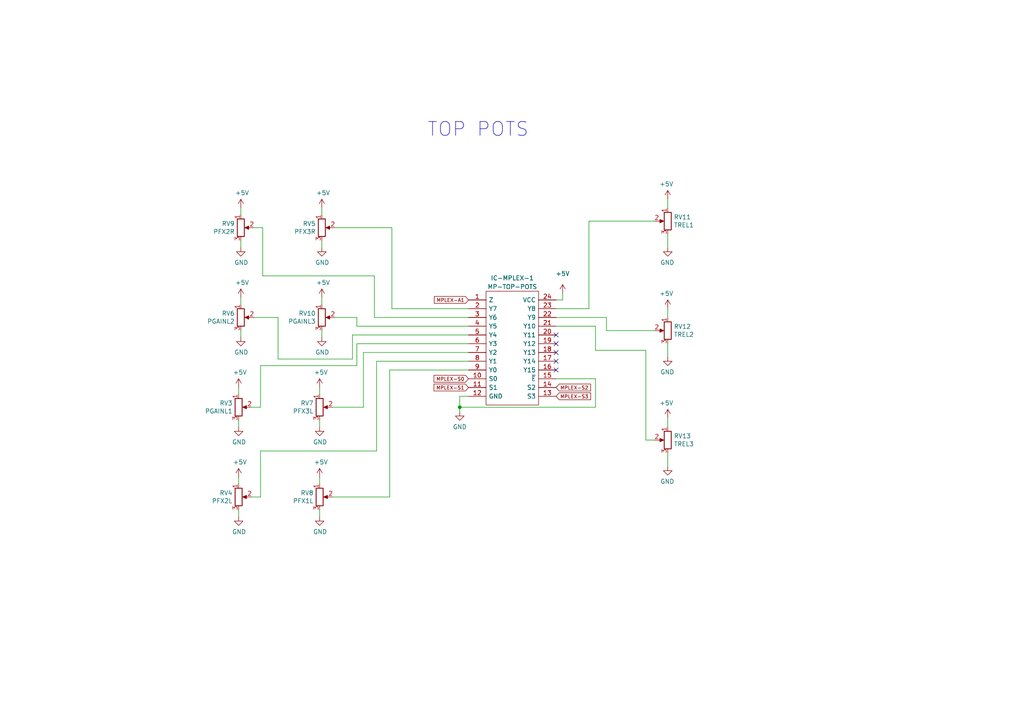
<source format=kicad_sch>
(kicad_sch (version 20210621) (generator eeschema)
  (paper "A4")
  (lib_symbols
    (symbol "Device:R_Potentiometer" (pin_names (offset 1.016) hide)
      (property "Reference" "RV" (at -4.445 0 90))
      (property "Value" "R_Potentiometer" (at -2.54 0 90))
      (symbol "R_Potentiometer_0_1"
        (rectangle (start 1.016 2.54) (end -1.016 -2.54) (stroke (width 0.254)))
        (polyline (pts (xy 2.54 0) (xy 1.524 0)))
        (polyline (pts (xy 1.143 0) (xy 2.286 0.508) (xy 2.286 -0.508) (xy 1.143 0)) (fill (type outline)))
      )
      (symbol "R_Potentiometer_1_1"
        (pin passive line (at 0 3.81 270) (length 1.27) (name "1") (number "1"))
        (pin passive line (at 3.81 0 180) (length 1.27) (name "2") (number "2"))
        (pin passive line (at 0 -3.81 90) (length 1.27) (name "3") (number "3"))
      )
    )
    (symbol "mixduino-mk2:74HC4067D,653" (pin_names (offset 0.762))
      (property "Reference" "IC-POTS-1" (at 12.7 6.35 0))
      (property "Value" "74HC4067D,653" (at 12.7 3.81 0))
      (symbol "74HC4067D,653_0_0"
        (pin passive line (at 0 0 0) (length 5.08) (name "Z") (number "1"))
        (pin passive line (at 0 -22.86 0) (length 5.08) (name "S0") (number "10"))
        (pin passive line (at 0 -25.4 0) (length 5.08) (name "S1") (number "11"))
        (pin passive line (at 0 -27.94 0) (length 5.08) (name "GND") (number "12"))
        (pin passive line (at 25.4 -27.94 180) (length 5.08) (name "S3") (number "13"))
        (pin passive line (at 25.4 -25.4 180) (length 5.08) (name "S2") (number "14"))
        (pin passive line (at 25.4 -22.86 180) (length 5.08) (name "~{E}") (number "15"))
        (pin passive line (at 25.4 -20.32 180) (length 5.08) (name "Y15") (number "16"))
        (pin passive line (at 25.4 -17.78 180) (length 5.08) (name "Y14") (number "17"))
        (pin passive line (at 25.4 -15.24 180) (length 5.08) (name "Y13") (number "18"))
        (pin passive line (at 25.4 -12.7 180) (length 5.08) (name "Y12") (number "19"))
        (pin passive line (at 0 -2.54 0) (length 5.08) (name "Y7") (number "2"))
        (pin passive line (at 25.4 -10.16 180) (length 5.08) (name "Y11") (number "20"))
        (pin passive line (at 25.4 -7.62 180) (length 5.08) (name "Y10") (number "21"))
        (pin passive line (at 25.4 -5.08 180) (length 5.08) (name "Y9") (number "22"))
        (pin passive line (at 25.4 -2.54 180) (length 5.08) (name "Y8") (number "23"))
        (pin passive line (at 25.4 0 180) (length 5.08) (name "VCC") (number "24"))
        (pin passive line (at 0 -5.08 0) (length 5.08) (name "Y6") (number "3"))
        (pin passive line (at 0 -7.62 0) (length 5.08) (name "Y5") (number "4"))
        (pin passive line (at 0 -10.16 0) (length 5.08) (name "Y4") (number "5"))
        (pin passive line (at 0 -12.7 0) (length 5.08) (name "Y3") (number "6"))
        (pin passive line (at 0 -15.24 0) (length 5.08) (name "Y2") (number "7"))
        (pin passive line (at 0 -17.78 0) (length 5.08) (name "Y1") (number "8"))
        (pin passive line (at 0 -20.32 0) (length 5.08) (name "Y0") (number "9"))
      )
      (symbol "74HC4067D,653_0_1"
        (polyline (pts (xy 5.08 2.54) (xy 20.32 2.54) (xy 20.32 -30.48) (xy 5.08 -30.48) (xy 5.08 2.54)) (stroke (width 0.1524)))
      )
    )
    (symbol "power:+5V" (power) (pin_names (offset 0))
      (property "Value" "+5V" (at 0 3.556 0))
      (symbol "+5V_0_1"
        (polyline (pts (xy -0.762 1.27) (xy 0 2.54)))
        (polyline (pts (xy 0 0) (xy 0 2.54)))
        (polyline (pts (xy 0 2.54) (xy 0.762 1.27)))
      )
      (symbol "+5V_1_1"
        (pin power_in line (at 0 0 90) (length 0) hide (name "+5V") (number "1"))
      )
    )
    (symbol "power:GND" (power) (pin_names (offset 0))
      (property "Value" "GND" (at 0 -3.81 0))
      (symbol "GND_0_1"
        (polyline (pts (xy 0 0) (xy 0 -1.27) (xy 1.27 -1.27) (xy 0 -2.54) (xy -1.27 -1.27) (xy 0 -1.27)))
      )
      (symbol "GND_1_1"
        (pin power_in line (at 0 0 270) (length 0) hide (name "GND") (number "1"))
      )
    )
  )
  (junction (at 133.35 118.11) (diameter 0.9144))
  (no_connect (at 161.29 97.155))
  (no_connect (at 161.29 99.695))
  (no_connect (at 161.29 102.235))
  (no_connect (at 161.29 104.775))
  (no_connect (at 161.29 107.315))
  (wire (pts (xy 69.215 112.395) (xy 69.215 114.3)))
  (wire (pts (xy 69.215 121.92) (xy 69.215 123.825)))
  (wire (pts (xy 69.215 138.43) (xy 69.215 140.335)))
  (wire (pts (xy 69.215 147.955) (xy 69.215 149.86)))
  (wire (pts (xy 69.85 60.325) (xy 69.85 62.23)))
  (wire (pts (xy 69.85 69.85) (xy 69.85 71.755)))
  (wire (pts (xy 69.85 86.36) (xy 69.85 88.265)))
  (wire (pts (xy 69.85 95.885) (xy 69.85 97.79)))
  (wire (pts (xy 73.025 118.11) (xy 75.565 118.11)))
  (wire (pts (xy 73.025 144.145) (xy 75.565 144.145)))
  (wire (pts (xy 73.66 66.04) (xy 76.2 66.04)))
  (wire (pts (xy 73.66 92.075) (xy 80.645 92.075)))
  (wire (pts (xy 75.565 106.045) (xy 103.505 106.045)))
  (wire (pts (xy 75.565 118.11) (xy 75.565 106.045)))
  (wire (pts (xy 75.565 130.81) (xy 75.565 144.145)))
  (wire (pts (xy 76.2 66.04) (xy 76.2 80.01)))
  (wire (pts (xy 76.2 80.01) (xy 108.585 80.01)))
  (wire (pts (xy 80.645 92.075) (xy 80.645 104.14)))
  (wire (pts (xy 80.645 104.14) (xy 102.235 104.14)))
  (wire (pts (xy 92.71 112.395) (xy 92.71 114.3)))
  (wire (pts (xy 92.71 121.92) (xy 92.71 123.825)))
  (wire (pts (xy 92.71 138.43) (xy 92.71 140.335)))
  (wire (pts (xy 92.71 147.955) (xy 92.71 149.86)))
  (wire (pts (xy 93.345 60.325) (xy 93.345 62.23)))
  (wire (pts (xy 93.345 69.85) (xy 93.345 71.755)))
  (wire (pts (xy 93.345 86.36) (xy 93.345 88.265)))
  (wire (pts (xy 93.345 95.885) (xy 93.345 97.79)))
  (wire (pts (xy 96.52 118.11) (xy 105.41 118.11)))
  (wire (pts (xy 96.52 144.145) (xy 113.03 144.145)))
  (wire (pts (xy 97.155 66.04) (xy 113.665 66.04)))
  (wire (pts (xy 97.155 92.075) (xy 103.505 92.075)))
  (wire (pts (xy 102.235 97.155) (xy 135.89 97.155)))
  (wire (pts (xy 102.235 104.14) (xy 102.235 97.155)))
  (wire (pts (xy 103.505 92.075) (xy 103.505 94.615)))
  (wire (pts (xy 103.505 94.615) (xy 135.89 94.615)))
  (wire (pts (xy 103.505 99.695) (xy 135.89 99.695)))
  (wire (pts (xy 103.505 106.045) (xy 103.505 99.695)))
  (wire (pts (xy 105.41 102.235) (xy 135.89 102.235)))
  (wire (pts (xy 105.41 118.11) (xy 105.41 102.235)))
  (wire (pts (xy 108.585 80.01) (xy 108.585 92.075)))
  (wire (pts (xy 108.585 92.075) (xy 135.89 92.075)))
  (wire (pts (xy 109.22 104.775) (xy 109.22 130.81)))
  (wire (pts (xy 109.22 130.81) (xy 75.565 130.81)))
  (wire (pts (xy 113.03 107.315) (xy 135.89 107.315)))
  (wire (pts (xy 113.03 144.145) (xy 113.03 107.315)))
  (wire (pts (xy 113.665 89.535) (xy 113.665 66.04)))
  (wire (pts (xy 133.35 114.935) (xy 133.35 118.11)))
  (wire (pts (xy 133.35 118.11) (xy 133.35 119.38)))
  (wire (pts (xy 135.89 89.535) (xy 113.665 89.535)))
  (wire (pts (xy 135.89 104.775) (xy 109.22 104.775)))
  (wire (pts (xy 135.89 114.935) (xy 133.35 114.935)))
  (wire (pts (xy 161.29 89.535) (xy 170.815 89.535)))
  (wire (pts (xy 161.29 92.075) (xy 175.895 92.075)))
  (wire (pts (xy 161.29 109.855) (xy 172.72 109.855)))
  (wire (pts (xy 163.195 85.09) (xy 163.195 86.995)))
  (wire (pts (xy 163.195 86.995) (xy 161.29 86.995)))
  (wire (pts (xy 170.815 64.135) (xy 189.865 64.135)))
  (wire (pts (xy 170.815 89.535) (xy 170.815 64.135)))
  (wire (pts (xy 172.72 94.615) (xy 161.29 94.615)))
  (wire (pts (xy 172.72 101.6) (xy 172.72 94.615)))
  (wire (pts (xy 172.72 109.855) (xy 172.72 118.11)))
  (wire (pts (xy 172.72 118.11) (xy 133.35 118.11)))
  (wire (pts (xy 175.895 92.075) (xy 175.895 95.885)))
  (wire (pts (xy 175.895 95.885) (xy 189.865 95.885)))
  (wire (pts (xy 187.325 101.6) (xy 172.72 101.6)))
  (wire (pts (xy 187.325 127.635) (xy 187.325 101.6)))
  (wire (pts (xy 189.865 127.635) (xy 187.325 127.635)))
  (wire (pts (xy 193.675 57.785) (xy 193.675 60.325)))
  (wire (pts (xy 193.675 71.755) (xy 193.675 67.945)))
  (wire (pts (xy 193.675 89.535) (xy 193.675 92.075)))
  (wire (pts (xy 193.675 103.505) (xy 193.675 99.695)))
  (wire (pts (xy 193.675 121.285) (xy 193.675 123.825)))
  (wire (pts (xy 193.675 135.255) (xy 193.675 131.445)))
  (text "TOP POTS" (at 123.825 40.005 0) (effects (font (size 4.016 4.016)) (justify left bottom)))
  (global_label "MPLEX-A1" (shape input) (at 135.89 86.995 180) (effects (font (size 1.016 1.016))) (property "Intersheet References" "${INTERSHEET_REFS}" (effects hide)))
  (global_label "MPLEX-S0" (shape input) (at 135.89 109.855 180) (effects (font (size 1.016 1.016))) (property "Intersheet References" "${INTERSHEET_REFS}" (effects hide)))
  (global_label "MPLEX-S1" (shape input) (at 135.89 112.395 180) (effects (font (size 1.016 1.016))) (property "Intersheet References" "${INTERSHEET_REFS}" (effects hide)))
  (global_label "MPLEX-S2" (shape input) (at 161.29 112.395 0) (effects (font (size 1.016 1.016))) (property "Intersheet References" "${INTERSHEET_REFS}" (effects hide)))
  (global_label "MPLEX-S3" (shape input) (at 161.29 114.935 0) (effects (font (size 1.016 1.016))) (property "Intersheet References" "${INTERSHEET_REFS}" (effects hide)))
  (symbol (lib_id "power:+5V") (at 69.215 112.395 0) (unit 1)
    (property "Reference" "#PWR016" (effects hide))
    (property "Value" "+5V" (at 69.596 108.0008 0))
  )
  (symbol (lib_id "power:+5V") (at 69.215 138.43 0) (unit 1)
    (property "Reference" "#PWR018" (effects hide))
    (property "Value" "+5V" (at 69.596 134.0358 0))
  )
  (symbol (lib_id "power:+5V") (at 69.85 60.325 0) (unit 1)
    (property "Reference" "#PWR020" (effects hide))
    (property "Value" "+5V" (at 70.231 55.9308 0))
  )
  (symbol (lib_id "power:+5V") (at 69.85 86.36 0) (unit 1)
    (property "Reference" "#PWR022" (effects hide))
    (property "Value" "+5V" (at 70.231 81.9658 0))
  )
  (symbol (lib_id "power:+5V") (at 92.71 112.395 0) (unit 1)
    (property "Reference" "#PWR024" (effects hide))
    (property "Value" "+5V" (at 93.091 108.0008 0))
  )
  (symbol (lib_id "power:+5V") (at 92.71 138.43 0) (unit 1)
    (property "Reference" "#PWR026" (effects hide))
    (property "Value" "+5V" (at 93.091 134.0358 0))
  )
  (symbol (lib_id "power:+5V") (at 93.345 60.325 0) (unit 1)
    (property "Reference" "#PWR028" (effects hide))
    (property "Value" "+5V" (at 93.726 55.9308 0))
  )
  (symbol (lib_id "power:+5V") (at 93.345 86.36 0) (unit 1)
    (property "Reference" "#PWR030" (effects hide))
    (property "Value" "+5V" (at 93.726 81.9658 0))
  )
  (symbol (lib_id "power:+5V") (at 163.195 85.09 0) (unit 1)
    (property "Reference" "#PWR033" (effects hide))
    (property "Value" "+5V" (at 163.195 79.375 0))
  )
  (symbol (lib_id "power:+5V") (at 193.675 57.785 0) (mirror y) (unit 1)
    (property "Reference" "#PWR034" (effects hide))
    (property "Value" "+5V" (at 193.294 53.3908 0))
  )
  (symbol (lib_id "power:+5V") (at 193.675 89.535 0) (mirror y) (unit 1)
    (property "Reference" "#PWR036" (effects hide))
    (property "Value" "+5V" (at 193.294 85.1408 0))
  )
  (symbol (lib_id "power:+5V") (at 193.675 121.285 0) (mirror y) (unit 1)
    (property "Reference" "#PWR038" (effects hide))
    (property "Value" "+5V" (at 193.294 116.8908 0))
  )
  (symbol (lib_id "power:GND") (at 69.215 123.825 0) (unit 1)
    (property "Reference" "#PWR017" (effects hide))
    (property "Value" "GND" (at 69.342 128.2192 0))
  )
  (symbol (lib_id "power:GND") (at 69.215 149.86 0) (unit 1)
    (property "Reference" "#PWR019" (effects hide))
    (property "Value" "GND" (at 69.342 154.2542 0))
  )
  (symbol (lib_id "power:GND") (at 69.85 71.755 0) (unit 1)
    (property "Reference" "#PWR021" (effects hide))
    (property "Value" "GND" (at 69.977 76.1492 0))
  )
  (symbol (lib_id "power:GND") (at 69.85 97.79 0) (unit 1)
    (property "Reference" "#PWR023" (effects hide))
    (property "Value" "GND" (at 69.977 102.1842 0))
  )
  (symbol (lib_id "power:GND") (at 92.71 123.825 0) (unit 1)
    (property "Reference" "#PWR025" (effects hide))
    (property "Value" "GND" (at 92.837 128.2192 0))
  )
  (symbol (lib_id "power:GND") (at 92.71 149.86 0) (unit 1)
    (property "Reference" "#PWR027" (effects hide))
    (property "Value" "GND" (at 92.837 154.2542 0))
  )
  (symbol (lib_id "power:GND") (at 93.345 71.755 0) (unit 1)
    (property "Reference" "#PWR029" (effects hide))
    (property "Value" "GND" (at 93.472 76.1492 0))
  )
  (symbol (lib_id "power:GND") (at 93.345 97.79 0) (unit 1)
    (property "Reference" "#PWR031" (effects hide))
    (property "Value" "GND" (at 93.472 102.1842 0))
  )
  (symbol (lib_id "power:GND") (at 133.35 119.38 0) (unit 1)
    (property "Reference" "#PWR032" (effects hide))
    (property "Value" "GND" (at 133.35 123.825 0))
  )
  (symbol (lib_id "power:GND") (at 193.675 71.755 0) (mirror y) (unit 1)
    (property "Reference" "#PWR035" (effects hide))
    (property "Value" "GND" (at 193.548 76.1492 0))
  )
  (symbol (lib_id "power:GND") (at 193.675 103.505 0) (mirror y) (unit 1)
    (property "Reference" "#PWR037" (effects hide))
    (property "Value" "GND" (at 193.548 107.8992 0))
  )
  (symbol (lib_id "power:GND") (at 193.675 135.255 0) (mirror y) (unit 1)
    (property "Reference" "#PWR039" (effects hide))
    (property "Value" "GND" (at 193.548 139.6492 0))
  )
  (symbol (lib_id "Device:R_Potentiometer") (at 69.215 118.11 0) (unit 1)
    (property "Reference" "RV3" (at 67.4624 116.9416 0) (effects (justify right)))
    (property "Value" "PGAINL1" (at 67.4624 119.253 0) (effects (justify right)))
    (property "Footprint" "Library:Potentiometer_Bourns_PTV09A-1_Single_Vertical" (effects hide))
  )
  (symbol (lib_id "Device:R_Potentiometer") (at 69.215 144.145 0) (unit 1)
    (property "Reference" "RV4" (at 67.4624 142.9766 0) (effects (justify right)))
    (property "Value" "PFX2L" (at 67.4624 145.288 0) (effects (justify right)))
    (property "Footprint" "Library:Potentiometer_Bourns_PTV09A-1_Single_Vertical" (effects hide))
  )
  (symbol (lib_id "Device:R_Potentiometer") (at 69.85 66.04 0) (unit 1)
    (property "Reference" "RV9" (at 68.0974 64.8716 0) (effects (justify right)))
    (property "Value" "PFX2R" (at 68.0974 67.183 0) (effects (justify right)))
    (property "Footprint" "Library:Potentiometer_Bourns_PTV09A-1_Single_Vertical" (effects hide))
  )
  (symbol (lib_id "Device:R_Potentiometer") (at 69.85 92.075 0) (unit 1)
    (property "Reference" "RV6" (at 68.0974 90.9066 0) (effects (justify right)))
    (property "Value" "PGAINL2" (at 68.0974 93.218 0) (effects (justify right)))
    (property "Footprint" "Library:Potentiometer_Bourns_PTV09A-1_Single_Vertical" (effects hide))
  )
  (symbol (lib_id "Device:R_Potentiometer") (at 92.71 118.11 0) (unit 1)
    (property "Reference" "RV7" (at 90.9574 116.9416 0) (effects (justify right)))
    (property "Value" "PFX3L" (at 90.9574 119.253 0) (effects (justify right)))
    (property "Footprint" "Library:Potentiometer_Bourns_PTV09A-1_Single_Vertical" (effects hide))
  )
  (symbol (lib_id "Device:R_Potentiometer") (at 92.71 144.145 0) (unit 1)
    (property "Reference" "RV8" (at 90.9574 142.9766 0) (effects (justify right)))
    (property "Value" "PFX1L" (at 90.9574 145.288 0) (effects (justify right)))
    (property "Footprint" "Library:Potentiometer_Bourns_PTV09A-1_Single_Vertical" (effects hide))
  )
  (symbol (lib_id "Device:R_Potentiometer") (at 93.345 66.04 0) (unit 1)
    (property "Reference" "RV5" (at 91.5924 64.8716 0) (effects (justify right)))
    (property "Value" "PFX3R" (at 91.5924 67.183 0) (effects (justify right)))
    (property "Footprint" "Library:Potentiometer_Bourns_PTV09A-1_Single_Vertical" (effects hide))
  )
  (symbol (lib_id "Device:R_Potentiometer") (at 93.345 92.075 0) (unit 1)
    (property "Reference" "RV10" (at 91.5924 90.9066 0) (effects (justify right)))
    (property "Value" "PGAINL3" (at 91.5924 93.218 0) (effects (justify right)))
    (property "Footprint" "Library:Potentiometer_Bourns_PTV09A-1_Single_Vertical" (effects hide))
  )
  (symbol (lib_id "Device:R_Potentiometer") (at 193.675 64.135 0) (mirror y) (unit 1)
    (property "Reference" "RV11" (at 195.4276 62.9666 0) (effects (justify right)))
    (property "Value" "TREL1" (at 195.4276 65.278 0) (effects (justify right)))
    (property "Footprint" "Library:Potentiometer_Bourns_PTV09A-1_Single_Vertical" (effects hide))
  )
  (symbol (lib_id "Device:R_Potentiometer") (at 193.675 95.885 0) (mirror y) (unit 1)
    (property "Reference" "RV12" (at 195.4276 94.7166 0) (effects (justify right)))
    (property "Value" "TREL2" (at 195.4276 97.028 0) (effects (justify right)))
    (property "Footprint" "Library:Potentiometer_Bourns_PTV09A-1_Single_Vertical" (effects hide))
  )
  (symbol (lib_id "Device:R_Potentiometer") (at 193.675 127.635 0) (mirror y) (unit 1)
    (property "Reference" "RV13" (at 195.4276 126.4666 0) (effects (justify right)))
    (property "Value" "TREL3" (at 195.4276 128.778 0) (effects (justify right)))
    (property "Footprint" "Library:Potentiometer_Bourns_PTV09A-1_Single_Vertical" (effects hide))
  )
  (symbol (lib_id "mixduino-mk2:74HC4067D,653") (at 135.89 86.995 0) (unit 1)
    (property "Reference" "IC-MPLEX-1" (at 148.59 80.645 0))
    (property "Value" "MP-TOP-POTS" (at 148.59 83.185 0))
    (property "Footprint" "Library:SOIC-24W_7.5x15.4mm_P1.27mm" (effects hide))
    (property "Datasheet" "https://assets.nexperia.com/documents/data-sheet/74HC_HCT4067.pdf" (effects hide))
    (property "Description" "74HC(T)4067 - 16-channel analog multiplexer/demultiplexer@en-us" (effects hide))
    (property "Height" "2.65" (effects hide))
    (property "Mouser Part Number" "771-HC4067D653" (effects hide))
    (property "Mouser Price/Stock" "https://www.mouser.co.uk/ProductDetail/Nexperia/74HC4067D653/?qs=P62ublwmbi%252BFF8o5S2zq0w%3D%3D" (effects hide))
    (property "Manufacturer_Name" "Nexperia" (effects hide))
    (property "Manufacturer_Part_Number" "74HC4067D,653" (effects hide))
  )
)
</source>
